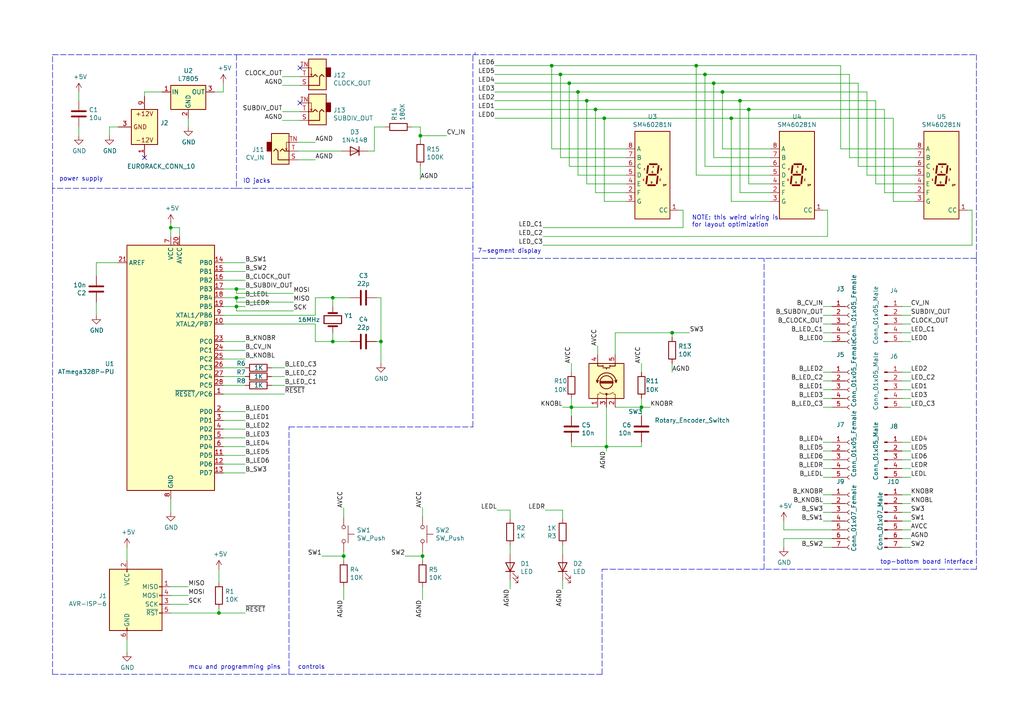
<source format=kicad_sch>
(kicad_sch (version 20211123) (generator eeschema)
  (paper "A4")
  (title_block (title "CLK") (date "2023-01-01") (rev "A") (company "rabid.audio"))
  (lib_symbols
    (symbol "Connector:AVR-ISP-6" (pin_names (offset 1.016))
      (property "Reference" "J" (at -6.35 11.43 0))
      (property "Value" "AVR-ISP-6" (at 0 11.43 0))
      (symbol "AVR-ISP-6_1_1"
        (pin passive line (at 10.16 5.08 180) (length 2.54) (name "MISO") (number "1"))
        (pin passive line (at -2.54 12.7 270) (length 2.54) (name "VCC") (number "2"))
        (pin passive line (at 10.16 0 180) (length 2.54) (name "SCK") (number "3"))
        (pin passive line (at 10.16 2.54 180) (length 2.54) (name "MOSI") (number "4"))
        (pin passive line (at 10.16 -2.54 180) (length 2.54) (name "~{RST}") (number "5"))
        (pin passive line (at -2.54 -10.16 90) (length 2.54) (name "GND") (number "6"))
      )
    )
    (symbol "Connector:Conn_01x05_Female" (pin_names (offset 1.016) hide)
      (property "Reference" "J" (at 0 7.62 0))
      (property "Value" "Conn_01x05_Female" (at 0 -7.62 0))
      (symbol "Conn_01x05_Female_1_1"
        (pin passive line (at -5.08 5.08 0) (length 3.81) (name "Pin_1") (number "1"))
        (pin passive line (at -5.08 2.54 0) (length 3.81) (name "Pin_2") (number "2"))
        (pin passive line (at -5.08 0 0) (length 3.81) (name "Pin_3") (number "3"))
        (pin passive line (at -5.08 -2.54 0) (length 3.81) (name "Pin_4") (number "4"))
        (pin passive line (at -5.08 -5.08 0) (length 3.81) (name "Pin_5") (number "5"))
      )
    )
    (symbol "Connector:Conn_01x05_Male" (pin_names (offset 1.016) hide)
      (property "Reference" "J" (at 0 7.62 0))
      (property "Value" "Conn_01x05_Male" (at 0 -7.62 0))
      (symbol "Conn_01x05_Male_1_1"
        (pin passive line (at 5.08 5.08 180) (length 3.81) (name "Pin_1") (number "1"))
        (pin passive line (at 5.08 2.54 180) (length 3.81) (name "Pin_2") (number "2"))
        (pin passive line (at 5.08 0 180) (length 3.81) (name "Pin_3") (number "3"))
        (pin passive line (at 5.08 -2.54 180) (length 3.81) (name "Pin_4") (number "4"))
        (pin passive line (at 5.08 -5.08 180) (length 3.81) (name "Pin_5") (number "5"))
      )
    )
    (symbol "Connector:Conn_01x07_Female" (pin_names (offset 1.016) hide)
      (property "Reference" "J" (at 0 10.16 0))
      (property "Value" "Conn_01x07_Female" (at 0 -10.16 0))
      (symbol "Conn_01x07_Female_1_1"
        (pin passive line (at -5.08 7.62 0) (length 3.81) (name "Pin_1") (number "1"))
        (pin passive line (at -5.08 5.08 0) (length 3.81) (name "Pin_2") (number "2"))
        (pin passive line (at -5.08 2.54 0) (length 3.81) (name "Pin_3") (number "3"))
        (pin passive line (at -5.08 0 0) (length 3.81) (name "Pin_4") (number "4"))
        (pin passive line (at -5.08 -2.54 0) (length 3.81) (name "Pin_5") (number "5"))
        (pin passive line (at -5.08 -5.08 0) (length 3.81) (name "Pin_6") (number "6"))
        (pin passive line (at -5.08 -7.62 0) (length 3.81) (name "Pin_7") (number "7"))
      )
    )
    (symbol "Connector:Conn_01x07_Male" (pin_names (offset 1.016) hide)
      (property "Reference" "J" (at 0 10.16 0))
      (property "Value" "Conn_01x07_Male" (at 0 -10.16 0))
      (symbol "Conn_01x07_Male_1_1"
        (pin passive line (at 5.08 7.62 180) (length 3.81) (name "Pin_1") (number "1"))
        (pin passive line (at 5.08 5.08 180) (length 3.81) (name "Pin_2") (number "2"))
        (pin passive line (at 5.08 2.54 180) (length 3.81) (name "Pin_3") (number "3"))
        (pin passive line (at 5.08 0 180) (length 3.81) (name "Pin_4") (number "4"))
        (pin passive line (at 5.08 -2.54 180) (length 3.81) (name "Pin_5") (number "5"))
        (pin passive line (at 5.08 -5.08 180) (length 3.81) (name "Pin_6") (number "6"))
        (pin passive line (at 5.08 -7.62 180) (length 3.81) (name "Pin_7") (number "7"))
      )
    )
    (symbol "Device:C" (pin_numbers hide) (pin_names (offset 0.254))
      (property "Reference" "C" (at 0.635 2.54 0))
      (property "Value" "C" (at 0.635 -2.54 0))
      (symbol "C_1_1"
        (pin passive line (at 0 3.81 270) (length 2.794) (name "~") (number "1"))
        (pin passive line (at 0 -3.81 90) (length 2.794) (name "~") (number "2"))
      )
    )
    (symbol "Device:Crystal" (pin_numbers hide) (pin_names (offset 1.016) hide)
      (property "Reference" "Y" (at 0 3.81 0))
      (property "Value" "Crystal" (at 0 -3.81 0))
      (symbol "Crystal_1_1"
        (pin passive line (at -3.81 0 0) (length 1.27) (name "1") (number "1"))
        (pin passive line (at 3.81 0 180) (length 1.27) (name "2") (number "2"))
      )
    )
    (symbol "Device:LED" (pin_numbers hide) (pin_names (offset 1.016) hide)
      (property "Reference" "D" (at 0 2.54 0))
      (property "Value" "LED" (at 0 -2.54 0))
      (symbol "LED_1_1"
        (pin passive line (at -3.81 0 0) (length 2.54) (name "K") (number "1"))
        (pin passive line (at 3.81 0 180) (length 2.54) (name "A") (number "2"))
      )
    )
    (symbol "Device:R" (pin_numbers hide) (pin_names (offset 0))
      (property "Reference" "R" (at 2.032 0 90))
      (property "Value" "R" (at 0 0 90))
      (symbol "R_1_1"
        (pin passive line (at 0 3.81 270) (length 1.27) (name "~") (number "1"))
        (pin passive line (at 0 -3.81 90) (length 1.27) (name "~") (number "2"))
      )
    )
    (symbol "Device:RotaryEncoder_Switch" (pin_names (offset 0.254) hide)
      (property "Reference" "SW3" (at -8.89 -6.35 90))
      (property "Value" "Rotary_Encoder_Switch" (at -11.43 -27.94 90))
      (symbol "RotaryEncoder_Switch_1_1"
        (pin passive line (at -7.62 2.54 0) (length 2.54) (name "A") (number "1"))
        (pin passive line (at -7.62 -2.54 0) (length 2.54) (name "B") (number "2"))
        (pin passive line (at -7.62 0 0) (length 2.54) (name "C") (number "3"))
        (pin passive line (at 7.62 2.54 180) (length 2.54) (name "S1") (number "4"))
        (pin passive line (at 7.62 -2.54 180) (length 2.54) (name "S2") (number "5"))
      )
    )
    (symbol "Diode:1N4148" (pin_numbers hide) (pin_names hide)
      (property "Reference" "D" (at 0 2.54 0))
      (property "Value" "1N4148" (at 0 -2.54 0))
      (symbol "1N4148_1_1"
        (pin passive line (at -3.81 0 0) (length 2.54) (name "K") (number "1"))
        (pin passive line (at 3.81 0 180) (length 2.54) (name "A") (number "2"))
      )
    )
    (symbol "MCU_Microchip_ATmega:ATmega328P-P"
      (property "Reference" "U" (at -12.7 36.83 0))
      (property "Value" "ATmega328P-P" (at 2.54 -36.83 0))
      (symbol "ATmega328P-P_1_1"
        (pin bidirectional line (at 15.24 -7.62 180) (length 2.54) (name "~{RESET}/PC6") (number "1"))
        (pin bidirectional line (at 15.24 12.7 180) (length 2.54) (name "XTAL2/PB7") (number "10"))
        (pin bidirectional line (at 15.24 -25.4 180) (length 2.54) (name "PD5") (number "11"))
        (pin bidirectional line (at 15.24 -27.94 180) (length 2.54) (name "PD6") (number "12"))
        (pin bidirectional line (at 15.24 -30.48 180) (length 2.54) (name "PD7") (number "13"))
        (pin bidirectional line (at 15.24 30.48 180) (length 2.54) (name "PB0") (number "14"))
        (pin bidirectional line (at 15.24 27.94 180) (length 2.54) (name "PB1") (number "15"))
        (pin bidirectional line (at 15.24 25.4 180) (length 2.54) (name "PB2") (number "16"))
        (pin bidirectional line (at 15.24 22.86 180) (length 2.54) (name "PB3") (number "17"))
        (pin bidirectional line (at 15.24 20.32 180) (length 2.54) (name "PB4") (number "18"))
        (pin bidirectional line (at 15.24 17.78 180) (length 2.54) (name "PB5") (number "19"))
        (pin bidirectional line (at 15.24 -12.7 180) (length 2.54) (name "PD0") (number "2"))
        (pin power_in line (at 2.54 38.1 270) (length 2.54) (name "AVCC") (number "20"))
        (pin passive line (at -15.24 30.48 0) (length 2.54) (name "AREF") (number "21"))
        (pin passive line (at 0 -38.1 90) (length 2.54) hide (name "GND") (number "22"))
        (pin bidirectional line (at 15.24 7.62 180) (length 2.54) (name "PC0") (number "23"))
        (pin bidirectional line (at 15.24 5.08 180) (length 2.54) (name "PC1") (number "24"))
        (pin bidirectional line (at 15.24 2.54 180) (length 2.54) (name "PC2") (number "25"))
        (pin bidirectional line (at 15.24 0 180) (length 2.54) (name "PC3") (number "26"))
        (pin bidirectional line (at 15.24 -2.54 180) (length 2.54) (name "PC4") (number "27"))
        (pin bidirectional line (at 15.24 -5.08 180) (length 2.54) (name "PC5") (number "28"))
        (pin bidirectional line (at 15.24 -15.24 180) (length 2.54) (name "PD1") (number "3"))
        (pin bidirectional line (at 15.24 -17.78 180) (length 2.54) (name "PD2") (number "4"))
        (pin bidirectional line (at 15.24 -20.32 180) (length 2.54) (name "PD3") (number "5"))
        (pin bidirectional line (at 15.24 -22.86 180) (length 2.54) (name "PD4") (number "6"))
        (pin power_in line (at 0 38.1 270) (length 2.54) (name "VCC") (number "7"))
        (pin power_in line (at 0 -38.1 90) (length 2.54) (name "GND") (number "8"))
        (pin bidirectional line (at 15.24 15.24 180) (length 2.54) (name "XTAL1/PB6") (number "9"))
      )
    )
    (symbol "Regulator_Linear:L7805" (pin_names (offset 0.254))
      (property "Reference" "U" (at -3.81 3.175 0))
      (property "Value" "L7805" (at 0 3.175 0))
      (symbol "L7805_1_1"
        (pin power_in line (at -7.62 0 0) (length 2.54) (name "IN") (number "1"))
        (pin power_in line (at 0 -7.62 90) (length 2.54) (name "GND") (number "2"))
        (pin power_out line (at 7.62 0 180) (length 2.54) (name "OUT") (number "3"))
      )
    )
    (symbol "Switch:SW_Push" (pin_numbers hide) (pin_names (offset 1.016) hide)
      (property "Reference" "SW" (at 1.27 2.54 0))
      (property "Value" "SW_Push" (at 0 -1.524 0))
      (symbol "SW_Push_0_1"
        (pin passive line (at -5.08 0 0) (length 2.54) (name "1") (number "1"))
        (pin passive line (at 5.08 0 180) (length 2.54) (name "2") (number "2"))
      )
    )
    (symbol "power:+5V" (power) (pin_names (offset 0))
      (property "Value" "+5V" (at 0 3.556 0))
      (symbol "+5V_1_1"
        (pin power_in line (at 0 0 90) (length 0) hide (name "+5V") (number "1"))
      )
    )
    (symbol "power:GND" (power) (pin_names (offset 0))
      (property "Value" "GND" (at 0 -3.81 0))
      (symbol "GND_1_1"
        (pin power_in line (at 0 0 270) (length 0) hide (name "GND") (number "1"))
      )
    )
    (symbol "synth:AudioJack_SwitchT"
      (property "Reference" "J" (at 0 8.89 0))
      (property "Value" "AudioJack_SwitchT" (at 0 6.35 0))
      (symbol "AudioJack_SwitchT_1_1"
        (pin passive line (at 5.08 2.54 180) (length 2.54) (name "~") (number "S"))
        (pin passive line (at 5.08 0 180) (length 2.54) (name "~") (number "T"))
        (pin passive line (at 5.08 -2.54 180) (length 2.54) (name "~") (number "TN"))
      )
    )
    (symbol "synth:EURORACK_CONN_10" (pin_names (offset 1.016) hide)
      (property "Reference" "J" (at -5.08 6.35 0))
      (property "Value" "EURORACK_CONN_10" (at 5.08 0 90))
      (symbol "EURORACK_CONN_10_0_0"
        (text "+12V" (at 0 3.81 0) (effects (font (size 1.27 1.27))))
        (text "-12V" (at 0 -3.81 0) (effects (font (size 1.27 1.27))))
        (text "GND" (at -1.27 0 0) (effects (font (size 1.27 1.27))))
      )
      (symbol "EURORACK_CONN_10_1_1"
        (pin power_out line (at 0 -8.89 90) (length 3.81) (name "12V_N") (number "1"))
        (pin power_out line (at -7.62 0 0) (length 3.81) (name "GND") (number "3"))
        (pin power_out line (at 0 8.89 270) (length 3.81) (name "12V_P") (number "9"))
      )
    )
    (symbol "synth:SM460281N"
      (property "Reference" "U" (at -3.81 13.97 0))
      (property "Value" "SM460281N" (at 6.35 13.97 0))
      (symbol "SM460281N_1_0"
        (text "A" (at 0.254 2.413 0) (effects (font (size 0.508 0.508))))
        (text "B" (at 2.54 1.651 0) (effects (font (size 0.508 0.508))))
        (text "C" (at 2.286 -1.397 0) (effects (font (size 0.508 0.508))))
        (text "D" (at -0.254 -2.159 0) (effects (font (size 0.508 0.508))))
        (text "DP" (at 3.556 -2.921 0) (effects (font (size 0.508 0.508))))
        (text "E" (at -2.54 -1.397 0) (effects (font (size 0.508 0.508))))
        (text "F" (at -2.286 1.651 0) (effects (font (size 0.508 0.508))))
        (text "G" (at 0 0.889 0) (effects (font (size 0.508 0.508))))
      )
      (symbol "SM460281N_1_1"
        (pin input line (at 7.62 -10.16 180) (length 2.54) (name "CC") (number "1"))
        (pin input line (at -7.62 -5.08 0) (length 2.54) (name "F") (number "2"))
        (pin input line (at -7.62 -7.62 0) (length 2.54) (name "G") (number "3"))
        (pin input line (at -7.62 -2.54 0) (length 2.54) (name "E") (number "4"))
        (pin input line (at -7.62 0 0) (length 2.54) (name "D") (number "5"))
        (pin input line (at -7.62 2.54 0) (length 2.54) (name "C") (number "6"))
        (pin input line (at -7.62 5.08 0) (length 2.54) (name "B") (number "7"))
        (pin input line (at -7.62 7.62 0) (length 2.54) (name "A") (number "8"))
      )
    )
  )
  (junction (at 212.09 34.29))
  (junction (at 175.26 34.29))
  (junction (at 165.1 24.13))
  (junction (at 194.945 96.52))
  (junction (at 99.695 161.29))
  (junction (at 209.55 26.67))
  (junction (at 175.895 129.54))
  (junction (at 68.58 83.82))
  (junction (at 49.53 66.04))
  (junction (at 172.72 31.75))
  (junction (at 214.63 29.21))
  (junction (at 165.735 118.11))
  (junction (at 160.02 19.05))
  (junction (at 68.58 86.36))
  (junction (at 162.56 21.59))
  (junction (at 204.47 21.59))
  (junction (at 68.58 88.9))
  (junction (at 207.01 24.13))
  (junction (at 186.055 118.11))
  (junction (at 167.64 26.67))
  (junction (at 201.93 19.05))
  (junction (at 63.5 177.8))
  (junction (at 121.92 39.37))
  (junction (at 217.17 31.75))
  (junction (at 96.52 99.06))
  (junction (at 96.52 86.36))
  (junction (at 122.555 161.29))
  (junction (at 110.49 99.06))
  (junction (at 170.18 29.21))
  (no_connect (at 86.995 19.685))
  (no_connect (at 86.995 29.845))
  (no_connect (at 41.91 45.72))
  (wire (pts (xy 172.72 55.88) (xy 181.61 55.88)))
  (polyline (pts (xy 15.24 15.875) (xy 15.875 15.875)))
  (wire (pts (xy 147.955 150.495) (xy 147.955 147.955)))
  (wire (pts (xy 64.77 91.44) (xy 91.44 91.44)))
  (wire (pts (xy 261.62 135.89) (xy 264.16 135.89)))
  (polyline (pts (xy 68.58 54.61) (xy 137.16 54.61)))
  (wire (pts (xy 147.955 160.655) (xy 147.955 158.115)))
  (wire (pts (xy 85.09 90.17) (xy 68.58 90.17)))
  (wire (pts (xy 81.915 34.925) (xy 86.995 34.925)))
  (wire (pts (xy 223.52 43.18) (xy 209.55 43.18)))
  (wire (pts (xy 264.16 156.21) (xy 261.62 156.21)))
  (wire (pts (xy 261.62 110.49) (xy 264.16 110.49)))
  (wire (pts (xy 68.58 88.9) (xy 71.12 88.9)))
  (wire (pts (xy 54.61 36.83) (xy 54.61 34.29)))
  (wire (pts (xy 49.53 68.58) (xy 49.53 66.04)))
  (wire (pts (xy 31.75 36.83) (xy 34.29 36.83)))
  (wire (pts (xy 63.5 177.8) (xy 49.53 177.8)))
  (wire (pts (xy 22.86 29.21) (xy 22.86 26.67)))
  (wire (pts (xy 251.46 50.8) (xy 251.46 26.67)))
  (polyline (pts (xy 283.21 15.875) (xy 283.21 74.93)))
  (wire (pts (xy 96.52 99.06) (xy 91.44 99.06)))
  (wire (pts (xy 54.61 175.26) (xy 49.53 175.26)))
  (wire (pts (xy 122.555 173.99) (xy 122.555 170.18)))
  (wire (pts (xy 121.92 52.07) (xy 121.92 48.26)))
  (wire (pts (xy 52.07 66.04) (xy 49.53 66.04)))
  (wire (pts (xy 71.12 109.22) (xy 64.77 109.22)))
  (wire (pts (xy 91.44 41.275) (xy 86.36 41.275)))
  (wire (pts (xy 163.195 160.655) (xy 163.195 158.115)))
  (polyline (pts (xy 137.16 15.875) (xy 137.795 15.875)))
  (wire (pts (xy 93.345 161.29) (xy 99.695 161.29)))
  (wire (pts (xy 96.52 86.36) (xy 91.44 86.36)))
  (wire (pts (xy 261.62 148.59) (xy 264.16 148.59)))
  (wire (pts (xy 254 53.34) (xy 265.43 53.34)))
  (wire (pts (xy 261.62 143.51) (xy 264.16 143.51)))
  (wire (pts (xy 238.76 151.13) (xy 241.3 151.13)))
  (wire (pts (xy 108.585 43.815) (xy 106.68 43.815)))
  (wire (pts (xy 241.3 135.89) (xy 238.76 135.89)))
  (wire (pts (xy 160.02 19.05) (xy 143.51 19.05)))
  (wire (pts (xy 110.49 99.06) (xy 110.49 105.41)))
  (wire (pts (xy 200.025 96.52) (xy 194.945 96.52)))
  (wire (pts (xy 227.33 153.67) (xy 227.33 151.13)))
  (wire (pts (xy 264.16 107.95) (xy 261.62 107.95)))
  (wire (pts (xy 162.56 21.59) (xy 204.47 21.59)))
  (wire (pts (xy 96.52 86.36) (xy 96.52 88.9)))
  (wire (pts (xy 119.38 36.83) (xy 121.92 36.83)))
  (wire (pts (xy 71.12 177.8) (xy 63.5 177.8)))
  (wire (pts (xy 64.77 106.68) (xy 71.12 106.68)))
  (wire (pts (xy 143.51 24.13) (xy 165.1 24.13)))
  (wire (pts (xy 121.92 39.37) (xy 121.92 36.83)))
  (wire (pts (xy 162.56 45.72) (xy 162.56 21.59)))
  (wire (pts (xy 64.77 88.9) (xy 68.58 88.9)))
  (wire (pts (xy 172.72 55.88) (xy 172.72 31.75)))
  (wire (pts (xy 64.77 93.98) (xy 91.44 93.98)))
  (wire (pts (xy 194.945 96.52) (xy 178.435 96.52)))
  (wire (pts (xy 68.58 83.82) (xy 71.12 83.82)))
  (wire (pts (xy 181.61 58.42) (xy 175.26 58.42)))
  (wire (pts (xy 64.77 83.82) (xy 68.58 83.82)))
  (wire (pts (xy 264.16 146.05) (xy 261.62 146.05)))
  (wire (pts (xy 223.52 48.26) (xy 204.47 48.26)))
  (wire (pts (xy 264.16 113.03) (xy 261.62 113.03)))
  (wire (pts (xy 170.18 29.21) (xy 214.63 29.21)))
  (wire (pts (xy 264.16 91.44) (xy 261.62 91.44)))
  (wire (pts (xy 212.09 58.42) (xy 212.09 34.29)))
  (wire (pts (xy 36.83 158.75) (xy 36.83 162.56)))
  (wire (pts (xy 63.5 176.53) (xy 63.5 177.8)))
  (wire (pts (xy 41.91 26.67) (xy 41.91 27.94)))
  (wire (pts (xy 194.945 97.79) (xy 194.945 96.52)))
  (wire (pts (xy 143.51 29.21) (xy 170.18 29.21)))
  (wire (pts (xy 261.62 88.9) (xy 264.16 88.9)))
  (wire (pts (xy 238.76 158.75) (xy 241.3 158.75)))
  (wire (pts (xy 265.43 58.42) (xy 259.08 58.42)))
  (wire (pts (xy 223.52 45.72) (xy 207.01 45.72)))
  (wire (pts (xy 110.49 86.36) (xy 109.22 86.36)))
  (wire (pts (xy 22.86 39.37) (xy 22.86 36.83)))
  (wire (pts (xy 240.03 60.96) (xy 238.76 60.96)))
  (wire (pts (xy 186.055 118.11) (xy 186.055 120.65)))
  (wire (pts (xy 241.3 128.27) (xy 238.76 128.27)))
  (wire (pts (xy 238.76 143.51) (xy 241.3 143.51)))
  (wire (pts (xy 241.3 110.49) (xy 238.76 110.49)))
  (wire (pts (xy 99.695 161.29) (xy 99.695 160.02)))
  (wire (pts (xy 264.16 128.27) (xy 261.62 128.27)))
  (polyline (pts (xy 137.795 15.875) (xy 137.795 15.24)))
  (wire (pts (xy 264.16 133.35) (xy 261.62 133.35)))
  (wire (pts (xy 71.12 134.62) (xy 64.77 134.62)))
  (polyline (pts (xy 83.82 195.58) (xy 83.82 123.825)))
  (wire (pts (xy 31.75 39.37) (xy 31.75 36.83)))
  (wire (pts (xy 68.58 86.36) (xy 71.12 86.36)))
  (wire (pts (xy 175.26 34.29) (xy 143.51 34.29)))
  (wire (pts (xy 64.77 26.67) (xy 62.23 26.67)))
  (wire (pts (xy 207.01 24.13) (xy 248.92 24.13)))
  (wire (pts (xy 188.595 118.11) (xy 186.055 118.11)))
  (polyline (pts (xy 68.58 54.61) (xy 15.24 54.61)))
  (wire (pts (xy 227.33 156.21) (xy 241.3 156.21)))
  (wire (pts (xy 143.51 31.75) (xy 172.72 31.75)))
  (wire (pts (xy 162.56 45.72) (xy 181.61 45.72)))
  (wire (pts (xy 71.12 111.76) (xy 64.77 111.76)))
  (wire (pts (xy 241.3 115.57) (xy 238.76 115.57)))
  (wire (pts (xy 63.5 165.1) (xy 63.5 168.91)))
  (wire (pts (xy 241.3 93.98) (xy 238.76 93.98)))
  (wire (pts (xy 110.49 86.36) (xy 110.49 99.06)))
  (wire (pts (xy 71.12 124.46) (xy 64.77 124.46)))
  (wire (pts (xy 64.77 86.36) (xy 68.58 86.36)))
  (wire (pts (xy 238.76 91.44) (xy 241.3 91.44)))
  (wire (pts (xy 241.3 88.9) (xy 238.76 88.9)))
  (wire (pts (xy 52.07 68.58) (xy 52.07 66.04)))
  (wire (pts (xy 212.09 34.29) (xy 259.08 34.29)))
  (wire (pts (xy 71.12 119.38) (xy 64.77 119.38)))
  (wire (pts (xy 223.52 58.42) (xy 212.09 58.42)))
  (wire (pts (xy 167.64 26.67) (xy 209.55 26.67)))
  (wire (pts (xy 198.12 60.96) (xy 198.12 66.04)))
  (wire (pts (xy 109.22 99.06) (xy 110.49 99.06)))
  (wire (pts (xy 209.55 26.67) (xy 251.46 26.67)))
  (wire (pts (xy 186.055 129.54) (xy 175.895 129.54)))
  (wire (pts (xy 71.12 104.14) (xy 64.77 104.14)))
  (wire (pts (xy 201.93 19.05) (xy 201.93 50.8)))
  (wire (pts (xy 175.26 58.42) (xy 175.26 34.29)))
  (polyline (pts (xy 137.16 54.61) (xy 137.16 53.975)))
  (wire (pts (xy 181.61 43.18) (xy 160.02 43.18)))
  (wire (pts (xy 246.38 45.72) (xy 265.43 45.72)))
  (wire (pts (xy 165.735 115.57) (xy 165.735 118.11)))
  (polyline (pts (xy 15.24 54.61) (xy 15.24 15.875)))
  (wire (pts (xy 165.1 48.26) (xy 165.1 24.13)))
  (wire (pts (xy 143.51 21.59) (xy 162.56 21.59)))
  (wire (pts (xy 71.12 129.54) (xy 64.77 129.54)))
  (wire (pts (xy 91.44 93.98) (xy 91.44 99.06)))
  (wire (pts (xy 64.77 137.16) (xy 71.12 137.16)))
  (wire (pts (xy 163.195 170.815) (xy 163.195 168.275)))
  (wire (pts (xy 175.895 118.11) (xy 175.895 129.54)))
  (wire (pts (xy 96.52 99.06) (xy 96.52 96.52)))
  (wire (pts (xy 241.3 99.06) (xy 238.76 99.06)))
  (wire (pts (xy 160.02 19.05) (xy 201.93 19.05)))
  (wire (pts (xy 170.18 53.34) (xy 170.18 29.21)))
  (wire (pts (xy 214.63 29.21) (xy 254 29.21)))
  (wire (pts (xy 121.92 40.64) (xy 121.92 39.37)))
  (wire (pts (xy 108.585 36.83) (xy 108.585 43.815)))
  (polyline (pts (xy 283.21 74.93) (xy 137.16 74.93)))
  (polyline (pts (xy 174.625 195.58) (xy 174.625 165.1)))
  (wire (pts (xy 122.555 162.56) (xy 122.555 161.29)))
  (wire (pts (xy 186.055 128.27) (xy 186.055 129.54)))
  (wire (pts (xy 198.12 60.96) (xy 196.85 60.96)))
  (wire (pts (xy 264.16 151.13) (xy 261.62 151.13)))
  (wire (pts (xy 157.48 71.12) (xy 281.94 71.12)))
  (polyline (pts (xy 137.16 74.93) (xy 137.16 15.875)))
  (wire (pts (xy 78.74 109.22) (xy 82.55 109.22)))
  (wire (pts (xy 254 53.34) (xy 254 29.21)))
  (wire (pts (xy 68.58 85.09) (xy 68.58 83.82)))
  (wire (pts (xy 238.76 138.43) (xy 241.3 138.43)))
  (wire (pts (xy 165.1 24.13) (xy 207.01 24.13)))
  (wire (pts (xy 144.145 147.955) (xy 147.955 147.955)))
  (wire (pts (xy 259.08 58.42) (xy 259.08 34.29)))
  (wire (pts (xy 256.54 55.88) (xy 265.43 55.88)))
  (wire (pts (xy 64.77 127) (xy 71.12 127)))
  (wire (pts (xy 264.16 96.52) (xy 261.62 96.52)))
  (wire (pts (xy 223.52 53.34) (xy 217.17 53.34)))
  (wire (pts (xy 167.64 50.8) (xy 167.64 26.67)))
  (polyline (pts (xy 221.615 165.1) (xy 221.615 74.93)))
  (wire (pts (xy 101.6 86.36) (xy 96.52 86.36)))
  (wire (pts (xy 157.48 66.04) (xy 198.12 66.04)))
  (wire (pts (xy 261.62 93.98) (xy 264.16 93.98)))
  (wire (pts (xy 281.94 60.96) (xy 281.94 71.12)))
  (wire (pts (xy 81.915 32.385) (xy 86.995 32.385)))
  (wire (pts (xy 238.76 96.52) (xy 241.3 96.52)))
  (wire (pts (xy 85.09 87.63) (xy 68.58 87.63)))
  (wire (pts (xy 194.945 107.95) (xy 194.945 105.41)))
  (wire (pts (xy 91.44 91.44) (xy 91.44 86.36)))
  (wire (pts (xy 281.94 60.96) (xy 280.67 60.96)))
  (wire (pts (xy 248.92 48.26) (xy 248.92 24.13)))
  (wire (pts (xy 264.16 138.43) (xy 261.62 138.43)))
  (wire (pts (xy 178.435 96.52) (xy 178.435 102.87)))
  (wire (pts (xy 86.36 43.815) (xy 99.06 43.815)))
  (wire (pts (xy 186.055 115.57) (xy 186.055 118.11)))
  (wire (pts (xy 122.555 149.86) (xy 122.555 147.32)))
  (wire (pts (xy 227.33 153.67) (xy 241.3 153.67)))
  (polyline (pts (xy 15.24 54.61) (xy 15.24 195.58)))
  (wire (pts (xy 71.12 99.06) (xy 64.77 99.06)))
  (wire (pts (xy 175.26 34.29) (xy 212.09 34.29)))
  (wire (pts (xy 71.12 76.2) (xy 64.77 76.2)))
  (wire (pts (xy 163.195 150.495) (xy 163.195 147.955)))
  (wire (pts (xy 209.55 43.18) (xy 209.55 26.67)))
  (wire (pts (xy 251.46 50.8) (xy 265.43 50.8)))
  (wire (pts (xy 68.58 90.17) (xy 68.58 88.9)))
  (polyline (pts (xy 137.16 123.825) (xy 137.16 74.93)))
  (wire (pts (xy 264.16 118.11) (xy 261.62 118.11)))
  (wire (pts (xy 175.895 130.81) (xy 175.895 129.54)))
  (polyline (pts (xy 83.82 195.58) (xy 174.625 195.58)))
  (wire (pts (xy 238.76 130.81) (xy 241.3 130.81)))
  (wire (pts (xy 261.62 115.57) (xy 264.16 115.57)))
  (wire (pts (xy 261.62 99.06) (xy 264.16 99.06)))
  (wire (pts (xy 178.435 118.11) (xy 186.055 118.11)))
  (wire (pts (xy 243.84 43.18) (xy 243.84 19.05)))
  (wire (pts (xy 165.735 128.27) (xy 165.735 129.54)))
  (wire (pts (xy 217.17 53.34) (xy 217.17 31.75)))
  (wire (pts (xy 246.38 45.72) (xy 246.38 21.59)))
  (wire (pts (xy 46.99 26.67) (xy 41.91 26.67)))
  (wire (pts (xy 49.53 172.72) (xy 54.61 172.72)))
  (wire (pts (xy 173.355 100.33) (xy 173.355 102.87)))
  (polyline (pts (xy 174.625 165.1) (xy 221.615 165.1)))
  (wire (pts (xy 227.33 156.21) (xy 227.33 158.75)))
  (wire (pts (xy 201.93 19.05) (xy 243.84 19.05)))
  (wire (pts (xy 108.585 36.83) (xy 111.76 36.83)))
  (polyline (pts (xy 283.21 74.93) (xy 283.21 165.1)))
  (wire (pts (xy 27.94 87.63) (xy 27.94 91.44)))
  (wire (pts (xy 117.475 161.29) (xy 122.555 161.29)))
  (wire (pts (xy 99.695 149.86) (xy 99.695 147.32)))
  (wire (pts (xy 165.735 118.11) (xy 173.355 118.11)))
  (wire (pts (xy 241.3 146.05) (xy 238.76 146.05)))
  (wire (pts (xy 207.01 45.72) (xy 207.01 24.13)))
  (wire (pts (xy 99.695 162.56) (xy 99.695 161.29)))
  (wire (pts (xy 64.77 78.74) (xy 71.12 78.74)))
  (wire (pts (xy 160.02 43.18) (xy 160.02 19.05)))
  (wire (pts (xy 129.54 39.37) (xy 121.92 39.37)))
  (wire (pts (xy 163.195 118.11) (xy 165.735 118.11)))
  (polyline (pts (xy 68.58 15.875) (xy 68.58 54.61)))
  (wire (pts (xy 165.1 48.26) (xy 181.61 48.26)))
  (wire (pts (xy 172.72 31.75) (xy 217.17 31.75)))
  (wire (pts (xy 64.77 114.3) (xy 82.55 114.3)))
  (wire (pts (xy 238.76 118.11) (xy 241.3 118.11)))
  (wire (pts (xy 81.915 22.225) (xy 86.995 22.225)))
  (wire (pts (xy 143.51 26.67) (xy 167.64 26.67)))
  (polyline (pts (xy 15.24 15.875) (xy 68.58 15.875)))
  (wire (pts (xy 186.055 105.41) (xy 186.055 107.95)))
  (polyline (pts (xy 15.24 195.58) (xy 83.82 195.58)))
  (wire (pts (xy 71.12 101.6) (xy 64.77 101.6)))
  (wire (pts (xy 101.6 99.06) (xy 96.52 99.06)))
  (wire (pts (xy 157.48 68.58) (xy 240.03 68.58)))
  (wire (pts (xy 170.18 53.34) (xy 181.61 53.34)))
  (wire (pts (xy 256.54 55.88) (xy 256.54 31.75)))
  (wire (pts (xy 27.94 76.2) (xy 34.29 76.2)))
  (wire (pts (xy 217.17 31.75) (xy 256.54 31.75)))
  (wire (pts (xy 122.555 161.29) (xy 122.555 160.02)))
  (wire (pts (xy 64.77 121.92) (xy 71.12 121.92)))
  (wire (pts (xy 99.695 173.99) (xy 99.695 170.18)))
  (wire (pts (xy 68.58 85.09) (xy 85.09 85.09)))
  (wire (pts (xy 54.61 170.18) (xy 49.53 170.18)))
  (wire (pts (xy 223.52 50.8) (xy 201.93 50.8)))
  (wire (pts (xy 261.62 130.81) (xy 264.16 130.81)))
  (wire (pts (xy 204.47 21.59) (xy 246.38 21.59)))
  (wire (pts (xy 238.76 113.03) (xy 241.3 113.03)))
  (polyline (pts (xy 68.58 15.875) (xy 283.21 15.875)))
  (wire (pts (xy 223.52 55.88) (xy 214.63 55.88)))
  (wire (pts (xy 238.76 148.59) (xy 241.3 148.59)))
  (wire (pts (xy 68.58 87.63) (xy 68.58 86.36)))
  (wire (pts (xy 165.735 105.41) (xy 165.735 107.95)))
  (wire (pts (xy 36.83 189.23) (xy 36.83 185.42)))
  (wire (pts (xy 158.115 147.955) (xy 163.195 147.955)))
  (wire (pts (xy 241.3 133.35) (xy 238.76 133.35)))
  (wire (pts (xy 214.63 55.88) (xy 214.63 29.21)))
  (wire (pts (xy 261.62 153.67) (xy 264.16 153.67)))
  (wire (pts (xy 165.735 118.11) (xy 165.735 120.65)))
  (wire (pts (xy 81.915 24.765) (xy 86.995 24.765)))
  (wire (pts (xy 49.53 148.59) (xy 49.53 144.78)))
  (wire (pts (xy 240.03 60.96) (xy 240.03 68.58)))
  (wire (pts (xy 261.62 158.75) (xy 264.16 158.75)))
  (wire (pts (xy 204.47 48.26) (xy 204.47 21.59)))
  (wire (pts (xy 71.12 81.28) (xy 64.77 81.28)))
  (wire (pts (xy 64.77 132.08) (xy 71.12 132.08)))
  (wire (pts (xy 82.55 106.68) (xy 78.74 106.68)))
  (wire (pts (xy 82.55 111.76) (xy 78.74 111.76)))
  (wire (pts (xy 147.955 170.815) (xy 147.955 168.275)))
  (wire (pts (xy 167.64 50.8) (xy 181.61 50.8)))
  (polyline (pts (xy 83.82 123.825) (xy 137.16 123.825)))
  (polyline (pts (xy 283.21 165.1) (xy 221.615 165.1)))
  (wire (pts (xy 238.76 107.95) (xy 241.3 107.95)))
  (wire (pts (xy 265.43 43.18) (xy 243.84 43.18)))
  (wire (pts (xy 49.53 66.04) (xy 49.53 64.77)))
  (wire (pts (xy 64.77 24.13) (xy 64.77 26.67)))
  (wire (pts (xy 27.94 80.01) (xy 27.94 76.2)))
  (wire (pts (xy 86.36 46.355) (xy 91.44 46.355)))
  (wire (pts (xy 248.92 48.26) (xy 265.43 48.26)))
  (wire (pts (xy 165.735 129.54) (xy 175.895 129.54)))
  (text "NOTE: this weird wiring is\nfor layout optimization" (at 200.66 66.04 0) (effects (font (size 1.27 1.27)) (justify left bottom)))
  (text "7-segment display" (at 138.43 73.66 0) (effects (font (size 1.27 1.27)) (justify left bottom)))
  (text "top-bottom board interface" (at 255.27 163.83 0) (effects (font (size 1.27 1.27)) (justify left bottom)))
  (text "power supply" (at 17.145 52.705 0) (effects (font (size 1.27 1.27)) (justify left bottom)))
  (text "mcu and programming pins" (at 54.61 194.31 0) (effects (font (size 1.27 1.27)) (justify left bottom)))
  (text "IO jacks" (at 70.485 53.34 0) (effects (font (size 1.27 1.27)) (justify left bottom)))
  (text "controls" (at 86.36 194.31 0) (effects (font (size 1.27 1.27)) (justify left bottom)))
  (label "B_CLOCK_OUT" (at 238.76 93.98 180))
  (label "SUBDIV_OUT" (at 81.915 32.385 180))
  (label "LED_C2" (at 157.48 68.58 180))
  (label "B_LED5" (at 71.12 132.08 0))
  (label "SW3" (at 264.16 148.59 0))
  (label "LED_C3" (at 157.48 71.12 180))
  (label "LED0" (at 264.16 99.06 0))
  (label "CV_IN" (at 264.16 88.9 0))
  (label "AVCC" (at 99.695 147.32 90))
  (label "AGND" (at 264.16 156.21 0))
  (label "B_SW2" (at 71.12 78.74 0))
  (label "AGND" (at 81.915 24.765 180))
  (label "B_LED_C2" (at 82.55 109.22 0))
  (label "B_SW3" (at 71.12 137.16 0))
  (label "LEDR" (at 158.115 147.955 180))
  (label "B_KNOBL" (at 238.76 146.05 180))
  (label "B_CV_IN" (at 71.12 101.6 0))
  (label "AGND" (at 81.915 34.925 180))
  (label "B_LED_C3" (at 238.76 118.11 180))
  (label "B_LED3" (at 238.76 115.57 180))
  (label "SW3" (at 200.025 96.52 0))
  (label "B_LED_C1" (at 238.76 96.52 180))
  (label "AVCC" (at 122.555 147.32 90))
  (label "LED_C1" (at 264.16 96.52 0))
  (label "B_LED1" (at 71.12 121.92 0))
  (label "LED3" (at 143.51 26.67 180))
  (label "AVCC" (at 165.735 105.41 90))
  (label "KNOBL" (at 264.16 146.05 0))
  (label "B_LED6" (at 71.12 134.62 0))
  (label "MISO" (at 54.61 170.18 0))
  (label "AGND" (at 175.895 130.81 270))
  (label "B_LED2" (at 238.76 107.95 180))
  (label "LED_C2" (at 264.16 110.49 0))
  (label "LED_C3" (at 264.16 118.11 0))
  (label "LED4" (at 264.16 128.27 0))
  (label "B_CLOCK_OUT" (at 71.12 81.28 0))
  (label "MOSI" (at 54.61 172.72 0))
  (label "LED5" (at 143.51 21.59 180))
  (label "B_SW2" (at 238.76 158.75 180))
  (label "MISO" (at 85.09 87.63 0))
  (label "LED5" (at 264.16 130.81 0))
  (label "B_CV_IN" (at 238.76 88.9 180))
  (label "B_KNOBR" (at 71.12 99.06 0))
  (label "B_LED4" (at 71.12 129.54 0))
  (label "B_LEDL" (at 71.12 86.36 0))
  (label "B_LED0" (at 238.76 99.06 180))
  (label "AGND" (at 147.955 170.815 270))
  (label "SW1" (at 93.345 161.29 180))
  (label "B_LED4" (at 238.76 128.27 180))
  (label "B_LED5" (at 238.76 130.81 180))
  (label "LEDR" (at 264.16 135.89 0))
  (label "LED2" (at 143.51 29.21 180))
  (label "AVCC" (at 173.355 100.33 90))
  (label "B_KNOBR" (at 238.76 143.51 180))
  (label "AGND" (at 194.945 107.95 0))
  (label "AGND" (at 121.92 52.07 0))
  (label "KNOBR" (at 188.595 118.11 0))
  (label "B_SUBDIV_OUT" (at 71.12 83.82 0))
  (label "B_LEDL" (at 238.76 138.43 180))
  (label "LED1" (at 143.51 31.75 180))
  (label "AGND" (at 91.44 46.355 0))
  (label "LEDL" (at 264.16 138.43 0))
  (label "~{RESET}" (at 82.55 114.3 0))
  (label "B_LED6" (at 238.76 133.35 180))
  (label "B_SUBDIV_OUT" (at 238.76 91.44 180))
  (label "B_SW1" (at 238.76 151.13 180))
  (label "AGND" (at 91.44 41.275 0))
  (label "B_LED_C3" (at 82.55 106.68 0))
  (label "B_LEDR" (at 71.12 88.9 0))
  (label "AGND" (at 163.195 170.815 270))
  (label "~{RESET}" (at 71.12 177.8 0))
  (label "B_LEDR" (at 238.76 135.89 180))
  (label "B_LED_C1" (at 82.55 111.76 0))
  (label "SCK" (at 85.09 90.17 0))
  (label "B_SW3" (at 238.76 148.59 180))
  (label "SW2" (at 264.16 158.75 0))
  (label "AVCC" (at 264.16 153.67 0))
  (label "LED4" (at 143.51 24.13 180))
  (label "CLOCK_OUT" (at 264.16 93.98 0))
  (label "SW2" (at 117.475 161.29 180))
  (label "LED2" (at 264.16 107.95 0))
  (label "B_KNOBL" (at 71.12 104.14 0))
  (label "B_SW1" (at 71.12 76.2 0))
  (label "B_LED3" (at 71.12 127 0))
  (label "LED_C1" (at 157.48 66.04 180))
  (label "SUBDIV_OUT" (at 264.16 91.44 0))
  (label "LED0" (at 143.51 34.29 180))
  (label "CLOCK_OUT" (at 81.915 22.225 180))
  (label "SW1" (at 264.16 151.13 0))
  (label "MOSI" (at 85.09 85.09 0))
  (label "AVCC" (at 186.055 105.41 90))
  (label "KNOBR" (at 264.16 143.51 0))
  (label "KNOBL" (at 163.195 118.11 180))
  (label "B_LED0" (at 71.12 119.38 0))
  (label "B_LED2" (at 71.12 124.46 0))
  (label "CV_IN" (at 129.54 39.37 0))
  (label "AGND" (at 122.555 173.99 270))
  (label "B_LED1" (at 238.76 113.03 180))
  (label "LEDL" (at 144.145 147.955 180))
  (label "LED3" (at 264.16 115.57 0))
  (label "LED6" (at 143.51 19.05 180))
  (label "B_LED_C2" (at 238.76 110.49 180))
  (label "AGND" (at 99.695 173.99 270))
  (label "SCK" (at 54.61 175.26 0))
  (label "LED1" (at 264.16 113.03 0))
  (label "LED6" (at 264.16 133.35 0))
  (symbol (lib_id "Device:Crystal") (at 96.52 92.71 270) (unit 1)
    (property "Reference" "Y1" (at 99.8474 91.5416 90) (effects (justify left)))
    (property "Value" "16MHz" (at 86.36 92.71 90) (effects (justify left)))
    (property "Footprint" "Crystal:Crystal_HC52-8mm_Vertical" (effects hide))
  )
  (symbol (lib_id "Device:C") (at 105.41 99.06 270) (unit 1)
    (property "Reference" "C4" (at 105.41 92.6592 90))
    (property "Value" "22p" (at 105.41 94.9706 90))
    (property "Footprint" "Capacitor_THT:C_Rect_L7.0mm_W3.5mm_P5.00mm" (effects hide))
  )
  (symbol (lib_id "Device:C") (at 105.41 86.36 270) (unit 1)
    (property "Reference" "C3" (at 105.41 79.9592 90))
    (property "Value" "22p" (at 105.41 82.2706 90))
    (property "Footprint" "Capacitor_THT:C_Rect_L7.0mm_W3.5mm_P5.00mm" (effects hide))
  )
  (symbol (lib_id "power:GND") (at 110.49 105.41 0) (unit 1)
    (property "Reference" "#PWR016" (effects hide))
    (property "Value" "GND" (at 110.617 109.8042 0))
  )
  (symbol (lib_id "Connector:AVR-ISP-6") (at 39.37 175.26 0) (unit 1)
    (property "Reference" "J1" (at 31.0134 172.8216 0) (effects (justify right)))
    (property "Value" "AVR-ISP-6" (at 31.0134 175.133 0) (effects (justify right)))
    (property "Footprint" "Connector_PinHeader_2.54mm:PinHeader_2x03_P2.54mm_Vertical" (effects hide))
    (property "Datasheet" " ~" (effects hide))
  )
  (symbol (lib_id "Device:R") (at 63.5 172.72 0) (unit 1)
    (property "Reference" "R1" (at 65.278 171.5516 0) (effects (justify left)))
    (property "Value" "10K" (at 65.278 173.863 0) (effects (justify left)))
    (property "Footprint" "synth:R_Axial_DIN0207_L6.3mm_D2.5mm_P2.54mm_Vertical" (effects hide))
  )
  (symbol (lib_id "power:+5V") (at 63.5 165.1 0) (unit 1)
    (property "Reference" "#PWR010" (effects hide))
    (property "Value" "+5V" (at 63.881 160.7058 0))
  )
  (symbol (lib_id "power:GND") (at 36.83 189.23 0) (unit 1)
    (property "Reference" "#PWR06" (effects hide))
    (property "Value" "GND" (at 36.957 193.6242 0))
  )
  (symbol (lib_id "power:+5V") (at 36.83 158.75 0) (unit 1)
    (property "Reference" "#PWR05" (effects hide))
    (property "Value" "+5V" (at 37.211 154.3558 0))
  )
  (symbol (lib_id "Device:C") (at 27.94 83.82 180) (unit 1)
    (property "Reference" "C2" (at 25.019 84.9884 0) (effects (justify left)))
    (property "Value" "10n" (at 25.019 82.677 0) (effects (justify left)))
    (property "Footprint" "Capacitor_THT:C_Rect_L7.0mm_W3.5mm_P5.00mm" (effects hide))
  )
  (symbol (lib_id "power:GND") (at 27.94 91.44 0) (unit 1)
    (property "Reference" "#PWR03" (effects hide))
    (property "Value" "GND" (at 28.067 95.8342 0))
  )
  (symbol (lib_id "power:+5V") (at 22.86 26.67 0) (unit 1)
    (property "Reference" "#PWR01" (effects hide))
    (property "Value" "+5V" (at 23.241 22.2758 0))
  )
  (symbol (lib_id "power:GND") (at 22.86 39.37 0) (unit 1)
    (property "Reference" "#PWR02" (effects hide))
    (property "Value" "GND" (at 22.987 43.7642 0))
  )
  (symbol (lib_id "Device:C") (at 22.86 33.02 0) (unit 1)
    (property "Reference" "C1" (at 25.781 31.8516 0) (effects (justify left)))
    (property "Value" "10u" (at 25.781 34.163 0) (effects (justify left)))
    (property "Footprint" "Capacitor_THT:CP_Radial_Tantal_D4.5mm_P2.50mm" (effects hide))
  )
  (symbol (lib_id "power:GND") (at 31.75 39.37 0) (unit 1)
    (property "Reference" "#PWR04" (effects hide))
    (property "Value" "GND" (at 31.877 43.7642 0))
  )
  (symbol (lib_id "power:+5V") (at 64.77 24.13 0) (unit 1)
    (property "Reference" "#PWR011" (effects hide))
    (property "Value" "+5V" (at 65.151 19.7358 0))
  )
  (symbol (lib_id "synth:AudioJack_SwitchT") (at 92.075 22.225 180) (unit 1)
    (property "Reference" "J12" (at 96.647 21.7932 0) (effects (justify right)))
    (property "Value" "CLOCK_OUT" (at 96.647 24.1046 0) (effects (justify right)))
    (property "Footprint" "synth:Jack_3.5mm_QingPu_WQP-PJ398SM_Vertical_CircularHoles" (effects hide))
  )
  (symbol (lib_id "synth:AudioJack_SwitchT") (at 92.075 32.385 180) (unit 1)
    (property "Reference" "J13" (at 96.647 31.9532 0) (effects (justify right)))
    (property "Value" "SUBDIV_OUT" (at 96.647 34.2646 0) (effects (justify right)))
    (property "Footprint" "synth:Jack_3.5mm_QingPu_WQP-PJ398SM_Vertical_CircularHoles" (effects hide))
  )
  (symbol (lib_id "Switch:SW_Push") (at 99.695 154.94 270) (unit 1)
    (property "Reference" "SW1" (at 103.4542 153.7716 90) (effects (justify left)))
    (property "Value" "SW_Push" (at 103.4542 156.083 90) (effects (justify left)))
    (property "Footprint" "Button_Switch_THT:SW_PUSH_6mm" (effects hide))
  )
  (symbol (lib_id "Device:R") (at 99.695 166.37 0) (unit 1)
    (property "Reference" "R4" (at 101.473 165.2016 0) (effects (justify left)))
    (property "Value" "10K" (at 101.473 167.513 0) (effects (justify left)))
    (property "Footprint" "synth:R_Axial_DIN0207_L6.3mm_D2.5mm_P2.54mm_Vertical" (effects hide))
  )
  (symbol (lib_id "synth:AudioJack_SwitchT") (at 81.28 43.815 0) (mirror x) (unit 1)
    (property "Reference" "J11" (at 76.708 43.3832 0) (effects (justify right)))
    (property "Value" "CV_IN" (at 76.708 45.6946 0) (effects (justify right)))
    (property "Footprint" "synth:Jack_3.5mm_QingPu_WQP-PJ398SM_Vertical_CircularHoles" (effects hide))
  )
  (symbol (lib_id "Connector:Conn_01x05_Male") (at 256.54 93.98 0) (unit 1)
    (property "Reference" "J4" (at 259.2832 84.3026 0))
    (property "Value" "Conn_01x05_Male" (at 254 91.44 90))
    (property "Footprint" "Connector_PinHeader_2.54mm:PinHeader_1x05_P2.54mm_Vertical" (effects hide))
  )
  (symbol (lib_id "Connector:Conn_01x05_Female") (at 246.38 93.98 0) (unit 1)
    (property "Reference" "J3" (at 242.57 83.82 0) (effects (justify left)))
    (property "Value" "Conn_01x05_Female" (at 247.65 99.06 90) (effects (justify left)))
    (property "Footprint" "Connector_PinSocket_2.54mm:PinSocket_1x05_P2.54mm_Vertical" (effects hide))
  )
  (symbol (lib_id "power:+5V") (at 227.33 151.13 0) (unit 1)
    (property "Reference" "#PWR0101" (effects hide))
    (property "Value" "+5V" (at 227.711 146.7358 0))
  )
  (symbol (lib_id "power:GND") (at 227.33 158.75 0) (unit 1)
    (property "Reference" "#PWR0102" (effects hide))
    (property "Value" "GND" (at 227.457 163.1442 0))
  )
  (symbol (lib_id "MCU_Microchip_ATmega:ATmega328P-P") (at 49.53 106.68 0) (unit 1)
    (property "Reference" "U1" (at 33.1724 105.5116 0) (effects (justify right)))
    (property "Value" "ATmega328P-PU" (at 33.1724 107.823 0) (effects (justify right)))
    (property "Footprint" "Package_DIP:DIP-28_W7.62mm" (effects hide))
    (property "Datasheet" "http://ww1.microchip.com/downloads/en/DeviceDoc/ATmega328_P%20AVR%20MCU%20with%20picoPower%20Technology%20Data%20Sheet%2040001984A.pdf" (effects hide))
  )
  (symbol (lib_id "Regulator_Linear:L7805") (at 54.61 26.67 0) (unit 1)
    (property "Reference" "U2" (at 54.61 20.5232 0))
    (property "Value" "L7805" (at 54.61 22.8346 0))
    (property "Footprint" "Package_TO_SOT_THT:TO-220-3_Vertical" (effects hide))
    (property "Datasheet" "http://www.st.com/content/ccc/resource/technical/document/datasheet/41/4f/b3/b0/12/d4/47/88/CD00000444.pdf/files/CD00000444.pdf/jcr:content/translations/en.CD00000444.pdf" (effects hide))
  )
  (symbol (lib_id "power:GND") (at 54.61 36.83 0) (unit 1)
    (property "Reference" "#PWR09" (effects hide))
    (property "Value" "GND" (at 54.737 41.2242 0))
  )
  (symbol (lib_id "Connector:Conn_01x05_Male") (at 256.54 113.03 0) (unit 1)
    (property "Reference" "J6" (at 259.2832 103.3526 0))
    (property "Value" "Conn_01x05_Male" (at 254 110.49 90))
    (property "Footprint" "Connector_PinHeader_2.54mm:PinHeader_1x05_P2.54mm_Vertical" (effects hide))
  )
  (symbol (lib_id "Connector:Conn_01x05_Female") (at 246.38 113.03 0) (unit 1)
    (property "Reference" "J5" (at 242.57 102.87 0) (effects (justify left)))
    (property "Value" "Conn_01x05_Female" (at 247.65 118.11 90) (effects (justify left)))
    (property "Footprint" "Connector_PinSocket_2.54mm:PinSocket_1x05_P2.54mm_Vertical" (effects hide))
  )
  (symbol (lib_id "synth:SM460281N") (at 189.23 50.8 0) (unit 1)
    (property "Reference" "U3" (at 189.23 33.8582 0))
    (property "Value" "SM460281N" (at 189.23 36.1696 0))
    (property "Footprint" "synth:SM460281N_ARKLED_0.28mm_CC_7-segment_LED" (effects hide))
    (property "Datasheet" "https://datasheet.lcsc.com/lcsc/1809052128_ARKLED-Wuxi-ARK-Tech-Elec-SM460281N-7_C252194.pdf" (effects hide))
  )
  (symbol (lib_id "Connector:Conn_01x05_Male") (at 256.54 133.35 0) (unit 1)
    (property "Reference" "J8" (at 259.2832 123.6726 0))
    (property "Value" "Conn_01x05_Male" (at 254 130.81 90))
    (property "Footprint" "Connector_PinHeader_2.54mm:PinHeader_1x05_P2.54mm_Vertical" (effects hide))
  )
  (symbol (lib_id "Connector:Conn_01x05_Female") (at 246.38 133.35 0) (unit 1)
    (property "Reference" "J7" (at 242.57 123.19 0) (effects (justify left)))
    (property "Value" "Conn_01x05_Female" (at 247.65 138.43 90) (effects (justify left)))
    (property "Footprint" "Connector_PinSocket_2.54mm:PinSocket_1x05_P2.54mm_Vertical" (effects hide))
  )
  (symbol (lib_id "Diode:1N4148") (at 102.87 43.815 180) (unit 1)
    (property "Reference" "D3" (at 102.87 38.3032 0))
    (property "Value" "1N4148" (at 102.87 40.6146 0))
    (property "Footprint" "Diode_THT:D_T-1_P5.08mm_Horizontal" (effects hide))
    (property "Datasheet" "https://assets.nexperia.com/documents/data-sheet/1N4148_1N4448.pdf" (effects hide))
  )
  (symbol (lib_id "Device:R") (at 115.57 36.83 90) (unit 1)
    (property "Reference" "R14" (at 114.4016 35.052 0) (effects (justify left)))
    (property "Value" "180K" (at 116.713 35.052 0) (effects (justify left)))
    (property "Footprint" "synth:R_Axial_DIN0207_L6.3mm_D2.5mm_P2.54mm_Vertical" (effects hide))
  )
  (symbol (lib_id "Device:R") (at 121.92 44.45 0) (unit 1)
    (property "Reference" "R15" (at 123.698 43.2816 0) (effects (justify left)))
    (property "Value" "100K" (at 123.698 45.593 0) (effects (justify left)))
    (property "Footprint" "synth:R_Axial_DIN0207_L6.3mm_D2.5mm_P2.54mm_Vertical" (effects hide))
  )
  (symbol (lib_id "synth:SM460281N") (at 231.14 50.8 0) (unit 1)
    (property "Reference" "U4" (at 231.14 33.8582 0))
    (property "Value" "SM460281N" (at 231.14 36.1696 0))
    (property "Footprint" "synth:SM460281N_ARKLED_0.28mm_CC_7-segment_LED" (effects hide))
    (property "Datasheet" "https://datasheet.lcsc.com/lcsc/1809052128_ARKLED-Wuxi-ARK-Tech-Elec-SM460281N-7_C252194.pdf" (effects hide))
  )
  (symbol (lib_id "synth:SM460281N") (at 273.05 50.8 0) (unit 1)
    (property "Reference" "U5" (at 273.05 33.8582 0))
    (property "Value" "SM460281N" (at 273.05 36.1696 0))
    (property "Footprint" "synth:SM460281N_ARKLED_0.28mm_CC_7-segment_LED" (effects hide))
    (property "Datasheet" "https://datasheet.lcsc.com/lcsc/1809052128_ARKLED-Wuxi-ARK-Tech-Elec-SM460281N-7_C252194.pdf" (effects hide))
  )
  (symbol (lib_id "Switch:SW_Push") (at 122.555 154.94 270) (unit 1)
    (property "Reference" "SW2" (at 126.3142 153.7716 90) (effects (justify left)))
    (property "Value" "SW_Push" (at 126.3142 156.083 90) (effects (justify left)))
    (property "Footprint" "Button_Switch_THT:SW_PUSH_6mm" (effects hide))
  )
  (symbol (lib_id "Device:R") (at 122.555 166.37 0) (unit 1)
    (property "Reference" "R5" (at 124.333 165.2016 0) (effects (justify left)))
    (property "Value" "10K" (at 124.333 167.513 0) (effects (justify left)))
    (property "Footprint" "synth:R_Axial_DIN0207_L6.3mm_D2.5mm_P2.54mm_Vertical" (effects hide))
  )
  (symbol (lib_id "power:GND") (at 49.53 148.59 0) (unit 1)
    (property "Reference" "#PWR08" (effects hide))
    (property "Value" "GND" (at 49.657 152.9842 0))
  )
  (symbol (lib_id "power:+5V") (at 49.53 64.77 0) (unit 1)
    (property "Reference" "#PWR07" (effects hide))
    (property "Value" "+5V" (at 49.911 60.3758 0))
  )
  (symbol (lib_id "synth:EURORACK_CONN_10") (at 41.91 36.83 0) (unit 1)
    (property "Reference" "J2" (at 46.482 35.6616 0) (effects (justify left)))
    (property "Value" "EURORACK_CONN_10" (at 36.83 48.26 0) (effects (justify left)))
    (property "Footprint" "synth:EURORACK_10_IDC" (effects hide))
    (property "Datasheet" "https://division-6.com/learn/eurorack-power/" (effects hide))
  )
  (symbol (lib_id "Device:RotaryEncoder_Switch") (at 175.895 110.49 90) (unit 1)
    (property "Reference" "SW3" (at 182.245 119.38 90) (effects (justify right)))
    (property "Value" "Rotary_Encoder_Switch" (at 189.865 121.92 90) (effects (justify right)))
    (property "Footprint" "synth:RotaryEncoder_Bourns_PEC11R_Vertical_Switch" (effects hide))
  )
  (symbol (lib_id "Device:R") (at 165.735 111.76 0) (unit 1)
    (property "Reference" "R10" (at 160.655 110.49 0) (effects (justify left)))
    (property "Value" "10K" (at 160.655 113.03 0) (effects (justify left)))
    (property "Footprint" "synth:R_Axial_DIN0207_L6.3mm_D2.5mm_P2.54mm_Vertical" (effects hide))
  )
  (symbol (lib_id "Device:C") (at 165.735 124.46 0) (unit 1)
    (property "Reference" "C5" (at 168.656 123.2916 0) (effects (justify left)))
    (property "Value" "10n" (at 168.656 125.603 0) (effects (justify left)))
    (property "Footprint" "Capacitor_THT:C_Rect_L7.0mm_W3.5mm_P5.00mm" (effects hide))
  )
  (symbol (lib_id "Device:R") (at 186.055 111.76 0) (mirror y) (unit 1)
    (property "Reference" "R11" (at 191.135 110.49 0) (effects (justify left)))
    (property "Value" "10K" (at 191.135 113.03 0) (effects (justify left)))
    (property "Footprint" "synth:R_Axial_DIN0207_L6.3mm_D2.5mm_P2.54mm_Vertical" (effects hide))
  )
  (symbol (lib_id "Device:C") (at 186.055 124.46 0) (mirror y) (unit 1)
    (property "Reference" "C6" (at 183.134 123.2916 0) (effects (justify left)))
    (property "Value" "10n" (at 183.134 125.603 0) (effects (justify left)))
    (property "Footprint" "Capacitor_THT:C_Rect_L7.0mm_W3.5mm_P5.00mm" (effects hide))
  )
  (symbol (lib_id "Device:R") (at 74.93 106.68 270) (unit 1)
    (property "Reference" "R6" (at 68.58 105.41 90) (effects (justify left)))
    (property "Value" "1K" (at 73.66 106.68 90) (effects (justify left)))
    (property "Footprint" "synth:R_Axial_DIN0207_L6.3mm_D2.5mm_P2.54mm_Vertical" (effects hide))
  )
  (symbol (lib_id "Device:R") (at 74.93 109.22 270) (unit 1)
    (property "Reference" "R7" (at 68.58 107.95 90) (effects (justify left)))
    (property "Value" "1K" (at 73.66 109.22 90) (effects (justify left)))
    (property "Footprint" "synth:R_Axial_DIN0207_L6.3mm_D2.5mm_P2.54mm_Vertical" (effects hide))
  )
  (symbol (lib_id "Device:R") (at 74.93 111.76 270) (unit 1)
    (property "Reference" "R8" (at 68.58 110.49 90) (effects (justify left)))
    (property "Value" "1K" (at 73.66 111.76 90) (effects (justify left)))
    (property "Footprint" "synth:R_Axial_DIN0207_L6.3mm_D2.5mm_P2.54mm_Vertical" (effects hide))
  )
  (symbol (lib_id "Device:R") (at 194.945 101.6 0) (unit 1)
    (property "Reference" "R13" (at 196.723 100.4316 0) (effects (justify left)))
    (property "Value" "10K" (at 196.723 102.743 0) (effects (justify left)))
    (property "Footprint" "synth:R_Axial_DIN0207_L6.3mm_D2.5mm_P2.54mm_Vertical" (effects hide))
  )
  (symbol (lib_id "Connector:Conn_01x07_Female") (at 246.38 151.13 0) (unit 1)
    (property "Reference" "J9" (at 242.57 139.7 0) (effects (justify left)))
    (property "Value" "Conn_01x07_Female" (at 247.65 160.02 90) (effects (justify left)))
    (property "Footprint" "Connector_PinSocket_2.54mm:PinSocket_1x07_P2.54mm_Vertical" (effects hide))
  )
  (symbol (lib_id "Connector:Conn_01x07_Male") (at 256.54 151.13 0) (unit 1)
    (property "Reference" "J10" (at 259.08 139.7 0))
    (property "Value" "Conn_01x07_Male" (at 255.27 151.13 90))
    (property "Footprint" "Connector_PinHeader_2.54mm:PinHeader_1x07_P2.54mm_Vertical" (effects hide))
  )
  (symbol (lib_id "Device:LED") (at 147.955 164.465 90) (unit 1)
    (property "Reference" "D1" (at 150.9522 163.4744 90) (effects (justify right)))
    (property "Value" "LED" (at 150.9522 165.7858 90) (effects (justify right)))
    (property "Footprint" "LED_THT:LED_D3.0mm" (effects hide))
  )
  (symbol (lib_id "Device:R") (at 147.955 154.305 0) (unit 1)
    (property "Reference" "R2" (at 149.733 153.1366 0) (effects (justify left)))
    (property "Value" "1K" (at 149.733 155.448 0) (effects (justify left)))
    (property "Footprint" "synth:R_Axial_DIN0207_L6.3mm_D2.5mm_P2.54mm_Vertical" (effects hide))
  )
  (symbol (lib_id "Device:LED") (at 163.195 164.465 90) (unit 1)
    (property "Reference" "D2" (at 166.1922 163.4744 90) (effects (justify right)))
    (property "Value" "LED" (at 166.1922 165.7858 90) (effects (justify right)))
    (property "Footprint" "LED_THT:LED_D3.0mm" (effects hide))
  )
  (symbol (lib_id "Device:R") (at 163.195 154.305 180) (unit 1)
    (property "Reference" "R3" (at 161.417 155.4734 0) (effects (justify left)))
    (property "Value" "1K" (at 161.417 153.162 0) (effects (justify left)))
    (property "Footprint" "synth:R_Axial_DIN0207_L6.3mm_D2.5mm_P2.54mm_Vertical" (effects hide))
  )
)
</source>
